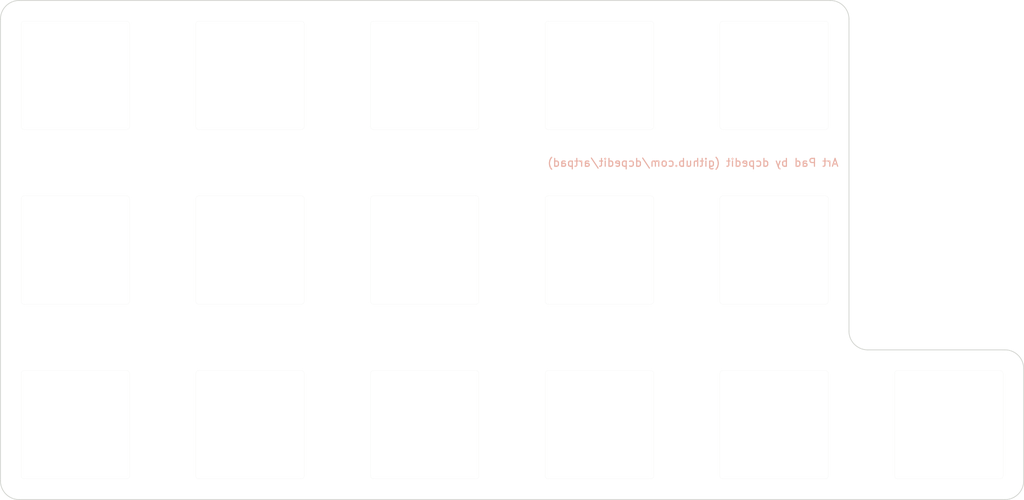
<source format=kicad_pcb>
(kicad_pcb (version 20211014) (generator pcbnew)
  (layers (0 "F.Cu" signal) (31 "B.Cu" signal) (34 "B.Paste" user) (35 "F.Paste" user) (36 "B.SilkS" user "B.Silkscreen") (37 "F.SilkS" user "F.Silkscreen") (38 "B.Mask" user) (39 "F.Mask" user) (44 "Edge.Cuts" user))
  (net 0 "")
  (footprint "Artisan:Choc100" (layer "F.Cu") (at 192.0875 108.74375)
    (fp_text reference "REF**")
    (fp_text value "Choc100")
    (fp_line (start -6.9 -6.5) (end -6.9 6.5) (layer "Edge.Cuts") (width 0.010007))
    (fp_line (start -6.5 -6.9) (end 6.5 -6.9) (layer "Edge.Cuts") (width 0.010007))
    (fp_line (start -6.5 6.9) (end 6.5 6.9) (layer "Edge.Cuts") (width 0.010007))
    (fp_line (start 6.9 -6.5) (end 6.9 6.5) (layer "Edge.Cuts") (width 0.010007))
    (fp_arc (start -6.5 6.9) (mid -6.782842 6.782842) (end -6.9 6.5) (layer "Edge.Cuts") (width 0.010007))
    (fp_arc (start -6.9 -6.5) (mid -6.782842 -6.782842) (end -6.5 -6.9) (layer "Edge.Cuts") (width 0.010007))
    (fp_arc (start 6.9 6.5) (mid 6.782842 6.782842) (end 6.5 6.9) (layer "Edge.Cuts") (width 0.010007))
    (fp_arc (start 6.5 -6.9) (mid 6.782842 -6.782842) (end 6.9 -6.5) (layer "Edge.Cuts") (width 0.010007))
  )
  (footprint "Artisan:Choc100" (layer "F.Cu") (at 147.6375 64.29375)
    (fp_text reference "REF**")
    (fp_text value "Choc100")
    (fp_line (start -6.9 -6.5) (end -6.9 6.5) (layer "Edge.Cuts") (width 0.010007))
    (fp_line (start -6.5 6.9) (end 6.5 6.9) (layer "Edge.Cuts") (width 0.010007))
    (fp_line (start -6.5 -6.9) (end 6.5 -6.9) (layer "Edge.Cuts") (width 0.010007))
    (fp_line (start 6.9 -6.5) (end 6.9 6.5) (layer "Edge.Cuts") (width 0.010007))
    (fp_arc (start -6.9 -6.5) (mid -6.782842 -6.782842) (end -6.5 -6.9) (layer "Edge.Cuts") (width 0.010007))
    (fp_arc (start 6.9 6.5) (mid 6.782842 6.782842) (end 6.5 6.9) (layer "Edge.Cuts") (width 0.010007))
    (fp_arc (start 6.5 -6.9) (mid 6.782842 -6.782842) (end 6.9 -6.5) (layer "Edge.Cuts") (width 0.010007))
    (fp_arc (start -6.5 6.9) (mid -6.782842 6.782842) (end -6.9 6.5) (layer "Edge.Cuts") (width 0.010007))
  )
  (footprint "Artisan:Choc100" (layer "F.Cu") (at 147.6375 86.51875)
    (fp_text reference "REF**")
    (fp_text value "Choc100")
    (fp_line (start 6.9 -6.5) (end 6.9 6.5) (layer "Edge.Cuts") (width 0.010007))
    (fp_line (start -6.5 -6.9) (end 6.5 -6.9) (layer "Edge.Cuts") (width 0.010007))
    (fp_line (start -6.5 6.9) (end 6.5 6.9) (layer "Edge.Cuts") (width 0.010007))
    (fp_line (start -6.9 -6.5) (end -6.9 6.5) (layer "Edge.Cuts") (width 0.010007))
    (fp_arc (start 6.5 -6.9) (mid 6.782842 -6.782842) (end 6.9 -6.5) (layer "Edge.Cuts") (width 0.010007))
    (fp_arc (start -6.9 -6.5) (mid -6.782842 -6.782842) (end -6.5 -6.9) (layer "Edge.Cuts") (width 0.010007))
    (fp_arc (start 6.9 6.5) (mid 6.782842 6.782842) (end 6.5 6.9) (layer "Edge.Cuts") (width 0.010007))
    (fp_arc (start -6.5 6.9) (mid -6.782842 6.782842) (end -6.9 6.5) (layer "Edge.Cuts") (width 0.010007))
  )
  (footprint "Artisan:Choc100" (layer "F.Cu") (at 103.1875 108.74375)
    (fp_text reference "REF**")
    (fp_text value "Choc100")
    (fp_line (start 6.9 -6.5) (end 6.9 6.5) (layer "Edge.Cuts") (width 0.010007))
    (fp_line (start -6.9 -6.5) (end -6.9 6.5) (layer "Edge.Cuts") (width 0.010007))
    (fp_line (start -6.5 6.9) (end 6.5 6.9) (layer "Edge.Cuts") (width 0.010007))
    (fp_line (start -6.5 -6.9) (end 6.5 -6.9) (layer "Edge.Cuts") (width 0.010007))
    (fp_arc (start 6.9 6.5) (mid 6.782842 6.782842) (end 6.5 6.9) (layer "Edge.Cuts") (width 0.010007))
    (fp_arc (start -6.5 6.9) (mid -6.782842 6.782842) (end -6.9 6.5) (layer "Edge.Cuts") (width 0.010007))
    (fp_arc (start -6.9 -6.5) (mid -6.782842 -6.782842) (end -6.5 -6.9) (layer "Edge.Cuts") (width 0.010007))
    (fp_arc (start 6.5 -6.9) (mid 6.782842 -6.782842) (end 6.9 -6.5) (layer "Edge.Cuts") (width 0.010007))
  )
  (footprint "Artisan:Choc100" (layer "F.Cu") (at 169.8625 108.74375)
    (fp_text reference "REF**")
    (fp_text value "Choc100")
    (fp_line (start 6.9 -6.5) (end 6.9 6.5) (layer "Edge.Cuts") (width 0.010007))
    (fp_line (start -6.9 -6.5) (end -6.9 6.5) (layer "Edge.Cuts") (width 0.010007))
    (fp_line (start -6.5 -6.9) (end 6.5 -6.9) (layer "Edge.Cuts") (width 0.010007))
    (fp_line (start -6.5 6.9) (end 6.5 6.9) (layer "Edge.Cuts") (width 0.010007))
    (fp_arc (start -6.9 -6.5) (mid -6.782842 -6.782842) (end -6.5 -6.9) (layer "Edge.Cuts") (width 0.010007))
    (fp_arc (start 6.9 6.5) (mid 6.782842 6.782842) (end 6.5 6.9) (layer "Edge.Cuts") (width 0.010007))
    (fp_arc (start 6.5 -6.9) (mid 6.782842 -6.782842) (end 6.9 -6.5) (layer "Edge.Cuts") (width 0.010007))
    (fp_arc (start -6.5 6.9) (mid -6.782842 6.782842) (end -6.9 6.5) (layer "Edge.Cuts") (width 0.010007))
  )
  (footprint "Artisan:Choc100" (layer "F.Cu") (at 80.9625 64.29375)
    (fp_text reference "REF**")
    (fp_text value "Choc100")
    (fp_line (start -6.5 6.9) (end 6.5 6.9) (layer "Edge.Cuts") (width 0.010007))
    (fp_line (start -6.5 -6.9) (end 6.5 -6.9) (layer "Edge.Cuts") (width 0.010007))
    (fp_line (start -6.9 -6.5) (end -6.9 6.5) (layer "Edge.Cuts") (width 0.010007))
    (fp_line (start 6.9 -6.5) (end 6.9 6.5) (layer "Edge.Cuts") (width 0.010007))
    (fp_arc (start 6.5 -6.9) (mid 6.782842 -6.782842) (end 6.9 -6.5) (layer "Edge.Cuts") (width 0.010007))
    (fp_arc (start 6.9 6.5) (mid 6.782842 6.782842) (end 6.5 6.9) (layer "Edge.Cuts") (width 0.010007))
    (fp_arc (start -6.5 6.9) (mid -6.782842 6.782842) (end -6.9 6.5) (layer "Edge.Cuts") (width 0.010007))
    (fp_arc (start -6.9 -6.5) (mid -6.782842 -6.782842) (end -6.5 -6.9) (layer "Edge.Cuts") (width 0.010007))
  )
  (footprint "Artisan:Choc100" (layer "F.Cu") (at 125.4125 64.29375)
    (fp_text reference "REF**")
    (fp_text value "Choc100")
    (fp_line (start -6.5 6.9) (end 6.5 6.9) (layer "Edge.Cuts") (width 0.010007))
    (fp_line (start -6.5 -6.9) (end 6.5 -6.9) (layer "Edge.Cuts") (width 0.010007))
    (fp_line (start 6.9 -6.5) (end 6.9 6.5) (layer "Edge.Cuts") (width 0.010007))
    (fp_line (start -6.9 -6.5) (end -6.9 6.5) (layer "Edge.Cuts") (width 0.010007))
    (fp_arc (start 6.5 -6.9) (mid 6.782842 -6.782842) (end 6.9 -6.5) (layer "Edge.Cuts") (width 0.010007))
    (fp_arc (start 6.9 6.5) (mid 6.782842 6.782842) (end 6.5 6.9) (layer "Edge.Cuts") (width 0.010007))
    (fp_arc (start -6.9 -6.5) (mid -6.782842 -6.782842) (end -6.5 -6.9) (layer "Edge.Cuts") (width 0.010007))
    (fp_arc (start -6.5 6.9) (mid -6.782842 6.782842) (end -6.9 6.5) (layer "Edge.Cuts") (width 0.010007))
  )
  (footprint "Artisan:Choc100" (layer "F.Cu") (at 103.1875 64.29375)
    (fp_text reference "REF**")
    (fp_text value "Choc100")
    (fp_line (start 6.9 -6.5) (end 6.9 6.5) (layer "Edge.Cuts") (width 0.010007))
    (fp_line (start -6.5 -6.9) (end 6.5 -6.9) (layer "Edge.Cuts") (width 0.010007))
    (fp_line (start -6.9 -6.5) (end -6.9 6.5) (layer "Edge.Cuts") (width 0.010007))
    (fp_line (start -6.5 6.9) (end 6.5 6.9) (layer "Edge.Cuts") (width 0.010007))
    (fp_arc (start -6.9 -6.5) (mid -6.782842 -6.782842) (end -6.5 -6.9) (layer "Edge.Cuts") (width 0.010007))
    (fp_arc (start 6.5 -6.9) (mid 6.782842 -6.782842) (end 6.9 -6.5) (layer "Edge.Cuts") (width 0.010007))
    (fp_arc (start 6.9 6.5) (mid 6.782842 6.782842) (end 6.5 6.9) (layer "Edge.Cuts") (width 0.010007))
    (fp_arc (start -6.5 6.9) (mid -6.782842 6.782842) (end -6.9 6.5) (layer "Edge.Cuts") (width 0.010007))
  )
  (footprint "Artisan:Choc100" (layer "F.Cu") (at 80.9625 108.74375)
    (fp_text reference "REF**")
    (fp_text value "Choc100")
    (fp_line (start -6.5 -6.9) (end 6.5 -6.9) (layer "Edge.Cuts") (width 0.010007))
    (fp_line (start 6.9 -6.5) (end 6.9 6.5) (layer "Edge.Cuts") (width 0.010007))
    (fp_line (start -6.9 -6.5) (end -6.9 6.5) (layer "Edge.Cuts") (width 0.010007))
    (fp_line (start -6.5 6.9) (end 6.5 6.9) (layer "Edge.Cuts") (width 0.010007))
    (fp_arc (start 6.9 6.5) (mid 6.782842 6.782842) (end 6.5 6.9) (layer "Edge.Cuts") (width 0.010007))
    (fp_arc (start -6.5 6.9) (mid -6.782842 6.782842) (end -6.9 6.5) (layer "Edge.Cuts") (width 0.010007))
    (fp_arc (start -6.9 -6.5) (mid -6.782842 -6.782842) (end -6.5 -6.9) (layer "Edge.Cuts") (width 0.010007))
    (fp_arc (start 6.5 -6.9) (mid 6.782842 -6.782842) (end 6.9 -6.5) (layer "Edge.Cuts") (width 0.010007))
  )
  (footprint "Artisan:Choc100" (layer "F.Cu") (at 169.8625 86.51875)
    (fp_text reference "REF**")
    (fp_text value "Choc100")
    (fp_line (start 6.9 -6.5) (end 6.9 6.5) (layer "Edge.Cuts") (width 0.010007))
    (fp_line (start -6.5 6.9) (end 6.5 6.9) (layer "Edge.Cuts") (width 0.010007))
    (fp_line (start -6.5 -6.9) (end 6.5 -6.9) (layer "Edge.Cuts") (width 0.010007))
    (fp_line (start -6.9 -6.5) (end -6.9 6.5) (layer "Edge.Cuts") (width 0.010007))
    (fp_arc (start -6.5 6.9) (mid -6.782842 6.782842) (end -6.9 6.5) (layer "Edge.Cuts") (width 0.010007))
    (fp_arc (start 6.5 -6.9) (mid 6.782842 -6.782842) (end 6.9 -6.5) (layer "Edge.Cuts") (width 0.010007))
    (fp_arc (start -6.9 -6.5) (mid -6.782842 -6.782842) (end -6.5 -6.9) (layer "Edge.Cuts") (width 0.010007))
    (fp_arc (start 6.9 6.5) (mid 6.782842 6.782842) (end 6.5 6.9) (layer "Edge.Cuts") (width 0.010007))
  )
  (footprint "Artisan:Choc100" (layer "F.Cu") (at 80.9625 86.51875)
    (fp_text reference "REF**")
    (fp_text value "Choc100")
    (fp_line (start -6.5 -6.9) (end 6.5 -6.9) (layer "Edge.Cuts") (width 0.010007))
    (fp_line (start -6.5 6.9) (end 6.5 6.9) (layer "Edge.Cuts") (width 0.010007))
    (fp_line (start -6.9 -6.5) (end -6.9 6.5) (layer "Edge.Cuts") (width 0.010007))
    (fp_line (start 6.9 -6.5) (end 6.9 6.5) (layer "Edge.Cuts") (width 0.010007))
    (fp_arc (start 6.5 -6.9) (mid 6.782842 -6.782842) (end 6.9 -6.5) (layer "Edge.Cuts") (width 0.010007))
    (fp_arc (start -6.9 -6.5) (mid -6.782842 -6.782842) (end -6.5 -6.9) (layer "Edge.Cuts") (width 0.010007))
    (fp_arc (start 6.9 6.5) (mid 6.782842 6.782842) (end 6.5 6.9) (layer "Edge.Cuts") (width 0.010007))
    (fp_arc (start -6.5 6.9) (mid -6.782842 6.782842) (end -6.9 6.5) (layer "Edge.Cuts") (width 0.010007))
  )
  (footprint "Artisan:Choc100" (layer "F.Cu") (at 125.4125 108.74375)
    (fp_text reference "REF**")
    (fp_text value "Choc100")
    (fp_line (start -6.5 -6.9) (end 6.5 -6.9) (layer "Edge.Cuts") (width 0.010007))
    (fp_line (start -6.9 -6.5) (end -6.9 6.5) (layer "Edge.Cuts") (width 0.010007))
    (fp_line (start 6.9 -6.5) (end 6.9 6.5) (layer "Edge.Cuts") (width 0.010007))
    (fp_line (start -6.5 6.9) (end 6.5 6.9) (layer "Edge.Cuts") (width 0.010007))
    (fp_arc (start -6.9 -6.5) (mid -6.782842 -6.782842) (end -6.5 -6.9) (layer "Edge.Cuts") (width 0.010007))
    (fp_arc (start -6.5 6.9) (mid -6.782842 6.782842) (end -6.9 6.5) (layer "Edge.Cuts") (width 0.010007))
    (fp_arc (start 6.9 6.5) (mid 6.782842 6.782842) (end 6.5 6.9) (layer "Edge.Cuts") (width 0.010007))
    (fp_arc (start 6.5 -6.9) (mid 6.782842 -6.782842) (end 6.9 -6.5) (layer "Edge.Cuts") (width 0.010007))
  )
  (footprint "Artisan:Choc100" (layer "F.Cu") (at 125.4125 86.51875)
    (fp_text reference "REF**")
    (fp_text value "Choc100")
    (fp_line (start -6.9 -6.5) (end -6.9 6.5) (layer "Edge.Cuts") (width 0.010007))
    (fp_line (start -6.5 -6.9) (end 6.5 -6.9) (layer "Edge.Cuts") (width 0.010007))
    (fp_line (start 6.9 -6.5) (end 6.9 6.5) (layer "Edge.Cuts") (width 0.010007))
    (fp_line (start -6.5 6.9) (end 6.5 6.9) (layer "Edge.Cuts") (width 0.010007))
    (fp_arc (start -6.5 6.9) (mid -6.782842 6.782842) (end -6.9 6.5) (layer "Edge.Cuts") (width 0.010007))
    (fp_arc (start 6.5 -6.9) (mid 6.782842 -6.782842) (end 6.9 -6.5) (layer "Edge.Cuts") (width 0.010007))
    (fp_arc (start -6.9 -6.5) (mid -6.782842 -6.782842) (end -6.5 -6.9) (layer "Edge.Cuts") (width 0.010007))
    (fp_arc (start 6.9 6.5) (mid 6.782842 6.782842) (end 6.5 6.9) (layer "Edge.Cuts") (width 0.010007))
  )
  (footprint "Artisan:Choc100" (layer "F.Cu") (at 103.1875 86.51875)
    (fp_text reference "REF**")
    (fp_text value "Choc100")
    (fp_line (start -6.9 -6.5) (end -6.9 6.5) (layer "Edge.Cuts") (width 0.010007))
    (fp_line (start -6.5 -6.9) (end 6.5 -6.9) (layer "Edge.Cuts") (width 0.010007))
    (fp_line (start -6.5 6.9) (end 6.5 6.9) (layer "Edge.Cuts") (width 0.010007))
    (fp_line (start 6.9 -6.5) (end 6.9 6.5) (layer "Edge.Cuts") (width 0.010007))
    (fp_arc (start 6.5 -6.9) (mid 6.782842 -6.782842) (end 6.9 -6.5) (layer "Edge.Cuts") (width 0.010007))
    (fp_arc (start -6.9 -6.5) (mid -6.782842 -6.782842) (end -6.5 -6.9) (layer "Edge.Cuts") (width 0.010007))
    (fp_arc (start -6.5 6.9) (mid -6.782842 6.782842) (end -6.9 6.5) (layer "Edge.Cuts") (width 0.010007))
    (fp_arc (start 6.9 6.5) (mid 6.782842 6.782842) (end 6.5 6.9) (layer "Edge.Cuts") (width 0.010007))
  )
  (footprint "Artisan:Choc100" (layer "F.Cu") (at 147.6375 108.74375)
    (fp_text reference "REF**")
    (fp_text value "Choc100")
    (fp_line (start -6.5 -6.9) (end 6.5 -6.9) (layer "Edge.Cuts") (width 0.010007))
    (fp_line (start 6.9 -6.5) (end 6.9 6.5) (layer "Edge.Cuts") (width 0.010007))
    (fp_line (start -6.5 6.9) (end 6.5 6.9) (layer "Edge.Cuts") (width 0.010007))
    (fp_line (start -6.9 -6.5) (end -6.9 6.5) (layer "Edge.Cuts") (width 0.010007))
    (fp_arc (start 6.5 -6.9) (mid 6.782842 -6.782842) (end 6.9 -6.5) (layer "Edge.Cuts") (width 0.010007))
    (fp_arc (start -6.9 -6.5) (mid -6.782842 -6.782842) (end -6.5 -6.9) (layer "Edge.Cuts") (width 0.010007))
    (fp_arc (start 6.9 6.5) (mid 6.782842 6.782842) (end 6.5 6.9) (layer "Edge.Cuts") (width 0.010007))
    (fp_arc (start -6.5 6.9) (mid -6.782842 6.782842) (end -6.9 6.5) (layer "Edge.Cuts") (width 0.010007))
  )
  (footprint "Artisan:Choc100" (layer "F.Cu") (at 169.8625 64.29375)
    (fp_text reference "REF**")
    (fp_text value "Choc100")
    (fp_line (start -6.5 6.9) (end 6.5 6.9) (layer "Edge.Cuts") (width 0.010007))
    (fp_line (start 6.9 -6.5) (end 6.9 6.5) (layer "Edge.Cuts") (width 0.010007))
    (fp_line (start -6.9 -6.5) (end -6.9 6.5) (layer "Edge.Cuts") (width 0.010007))
    (fp_line (start -6.5 -6.9) (end 6.5 -6.9) (layer "Edge.Cuts") (width 0.010007))
    (fp_arc (start 6.9 6.5) (mid 6.782842 6.782842) (end 6.5 6.9) (layer "Edge.Cuts") (width 0.010007))
    (fp_arc (start 6.5 -6.9) (mid 6.782842 -6.782842) (end 6.9 -6.5) (layer "Edge.Cuts") (width 0.010007))
    (fp_arc (start -6.5 6.9) (mid -6.782842 6.782842) (end -6.9 6.5) (layer "Edge.Cuts") (width 0.010007))
    (fp_arc (start -6.9 -6.5) (mid -6.782842 -6.782842) (end -6.5 -6.9) (layer "Edge.Cuts") (width 0.010007))
  )
  (gr_line (start 179.3875 96.8375) (end 179.3875 57.15) (layer "Edge.Cuts") (width 0.1))
  (gr_line (start 73.81875 54.76875) (end 177.00625 54.76875) (layer "Edge.Cuts") (width 0.1))
  (gr_line (start 199.23125 118.26875) (end 73.81875 118.26875) (layer "Edge.Cuts") (width 0.1))
  (gr_line (start 71.4375 57.15) (end 71.4375 115.8875) (layer "Edge.Cuts") (width 0.1))
  (gr_arc (start 181.76875 99.21875) (mid 180.084952 98.521298) (end 179.3875 96.8375) (layer "Edge.Cuts") (width 0.1))
  (gr_arc (start 177.00625 54.76875) (mid 178.690048 55.466202) (end 179.3875 57.15) (layer "Edge.Cuts") (width 0.1))
  (gr_line (start 201.6125 101.6) (end 201.6125 115.8875) (layer "Edge.Cuts") (width 0.1))
  (gr_arc (start 201.6125 115.8875) (mid 200.915048 117.571298) (end 199.23125 118.26875) (layer "Edge.Cuts") (width 0.1))
  (gr_line (start 199.23125 99.21875) (end 181.76875 99.21875) (layer "Edge.Cuts") (width 0.1))
  (gr_arc (start 73.81875 118.26875) (mid 72.134952 117.571298) (end 71.4375 115.8875) (layer "Edge.Cuts") (width 0.1))
  (gr_arc (start 71.4375 57.15) (mid 72.134952 55.466202) (end 73.81875 54.76875) (layer "Edge.Cuts") (width 0.1))
  (gr_arc (start 199.23125 99.21875) (mid 200.915048 99.916202) (end 201.6125 101.6) (layer "Edge.Cuts") (width 0.1))
  (gr_text "Art Pad by dcpedit (github.com/dcpedit/artpad)" (at 159.54375 75.40625) (layer "B.SilkS") (effects (font (size 1 1)) (justify mirror)))
)
</source>
